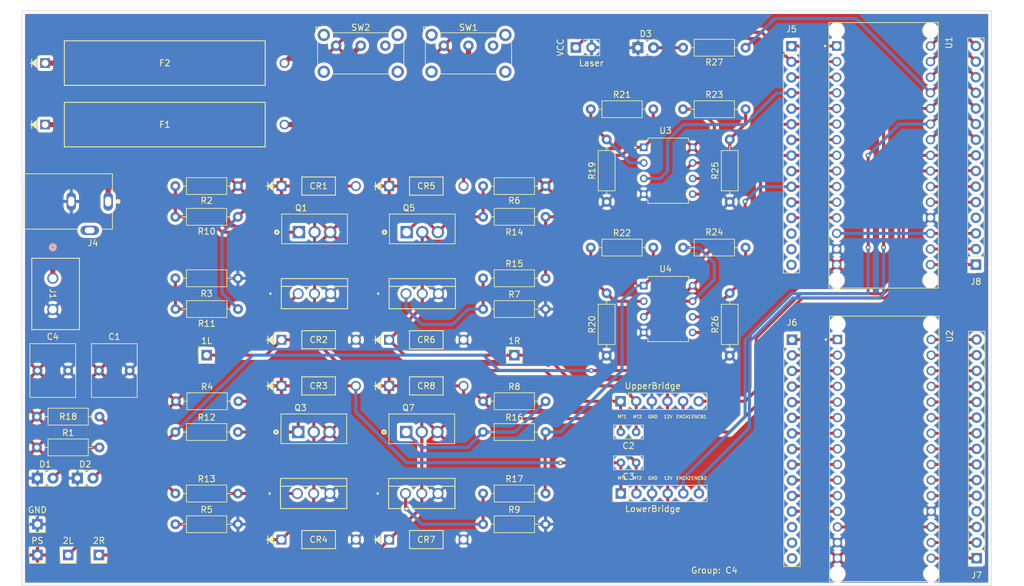
<source format=kicad_pcb>
(kicad_pcb (version 20211014) (generator pcbnew)
  (layers (0 "F.Cu" signal) (31 "B.Cu" signal) (34 "B.Paste" user) (35 "F.Paste" user) (36 "B.SilkS" user "B.Silkscreen") (37 "F.SilkS" user "F.Silkscreen") (38 "B.Mask" user) (39 "F.Mask" user) (44 "Edge.Cuts" user))
  (net 0 "")
  (net 1 "+12V")
  (net 2 "GND")
  (net 3 "Net-(C2-Pad1)")
  (net 4 "Net-(C2-Pad2)")
  (net 5 "Net-(C3-Pad1)")
  (net 6 "Net-(C3-Pad2)")
  (net 7 "Net-(F2-Pad1)")
  (net 8 "Net-(F2-Pad2)")
  (net 9 "Net-(D1-Pad2)")
  (net 10 "Net-(D2-Pad2)")
  (net 11 "Net-(F1-Pad1)")
  (net 12 "Net-(F1-Pad2)")
  (net 13 "/ENC_A")
  (net 14 "/ENC_B")
  (net 15 "/ENC_A2")
  (net 16 "/ENC_B2")
  (net 18 "Net-(Q1-Pad1)")
  (net 19 "Net-(Q2-Pad1)")
  (net 20 "Net-(Q3-Pad1)")
  (net 21 "Net-(Q4-Pad1)")
  (net 22 "Net-(Q5-Pad1)")
  (net 23 "Net-(Q6-Pad1)")
  (net 24 "/PWM1")
  (net 25 "/PWM2")
  (net 26 "/PWM3")
  (net 27 "/PWM4")
  (net 29 "/1")
  (net 30 "/2")
  (net 31 "/12")
  (net 35 "Net-(U2-Pad3)")
  (net 36 "Net-(U2-Pad4)")
  (net 37 "Net-(U2-Pad5)")
  (net 38 "Net-(U2-Pad6)")
  (net 39 "Net-(U2-Pad7)")
  (net 40 "Net-(U2-Pad8)")
  (net 41 "Net-(U2-Pad9)")
  (net 42 "Net-(U2-Pad10)")
  (net 43 "Net-(U2-Pad11)")
  (net 47 "/16")
  (net 48 "/17")
  (net 49 "/18")
  (net 51 "Net-(U2-Pad20)")
  (net 52 "Net-(U2-Pad21)")
  (net 53 "Net-(U2-Pad22)")
  (net 54 "Net-(U2-Pad23)")
  (net 55 "Net-(U2-Pad24)")
  (net 56 "Net-(U2-Pad25)")
  (net 57 "Net-(U2-Pad26)")
  (net 58 "Net-(U2-Pad27)")
  (net 59 "Net-(U2-Pad28)")
  (net 60 "Net-(U2-Pad29)")
  (net 61 "Net-(U2-Pad30)")
  (net 63 "Net-(U1-Pad20)")
  (net 64 "Net-(U1-Pad21)")
  (net 65 "Net-(R19-Pad2)")
  (net 66 "Net-(R20-Pad2)")
  (net 67 "Net-(R23-Pad2)")
  (net 68 "Net-(R24-Pad2)")
  (net 69 "/PWM1_3.3")
  (net 70 "/PWM2_3.3")
  (net 71 "/PWM3_3.3")
  (net 72 "/PWM4_3.3")
  (net 73 "Net-(D3-Pad2)")
  (net 74 "Net-(U1-Pad24)")
  (net 75 "Net-(Q7-Pad1)")
  (net 76 "Net-(Q8-Pad1)")
  (net 77 "Net-(U1-Pad28)")
  (net 78 "Net-(U1-Pad29)")
  (net 79 "Net-(U1-Pad30)")
  (net 80 "/state")
  (net 81 "/Laser_VCC")
  (net 82 "Net-(J5-Pad11)")
  (net 83 "Net-(J5-Pad9)")
  (net 84 "Net-(J5-Pad7)")
  (net 85 "Net-(J5-Pad5)")
  (net 86 "Net-(J5-Pad3)")
  (net 88 "/12_1")
  (net 89 "/1_1")
  (net 90 "/18_1")
  (net 91 "/17_1")
  (net 92 "/16_1")
  (footprint "Connector_PinHeader_2.54mm:PinHeader_1x06_P2.54mm_Vertical" (layer "F.Cu") (at 132.3 102.5 90)
    (fp_text reference "LowerBridge")
    (fp_text value "Conn_01x06_Male")
  )
  (footprint "ProjectLibraries:FQP47P06" (layer "F.Cu") (at 79.88 92.5)
    (fp_text reference "Q3")
    (fp_text value "Q_PMOS_GDS")
  )
  (footprint "ProjectLibraries:FQP47P06" (layer "F.Cu") (at 97.42 92.5)
    (fp_text reference "Q7")
    (fp_text value "Q_PMOS_GDS")
  )
  (footprint "ProjectLibraries:opamp" (layer "F.Cu") (at 140 72.5)
    (fp_text reference "U4")
    (fp_text value "TL072CDT")
  )
  (footprint "Connector_PinHeader_2.54mm:PinHeader_1x01_P2.54mm_Vertical" (layer "F.Cu") (at 115 80)
    (fp_text reference "1R")
    (fp_text value "TP_1R")
  )
  (footprint "Resistor_THT:R_Axial_DIN0207_L6.3mm_D2.5mm_P10.16mm_Horizontal" (layer "F.Cu") (at 109.92 102.5)
    (fp_text reference "R17")
    (fp_text value "100")
  )
  (footprint "ProjectLibraries:fuse_tht" (layer "F.Cu") (at 38.7548 42.5)
    (fp_text reference "F1")
    (fp_text value "Fuse")
  )
  (footprint "Resistor_THT:R_Axial_DIN0207_L6.3mm_D2.5mm_P10.16mm_Horizontal" (layer "F.Cu") (at 109.92 67.5)
    (fp_text reference "R15")
    (fp_text value "100")
  )
  (footprint "Capacitor_THT:C_Rect_L7.2mm_W8.5mm_P5.00mm_FKP2_FKP2_MKS2_MKP2" (layer "F.Cu") (at 47.5 82.5)
    (fp_text reference "C1")
    (fp_text value "10uF")
  )
  (footprint "ProjectLibraries:CUI_PJ-102A" (layer "F.Cu") (at 42.5 55 180)
    (fp_text reference "J4")
    (fp_text value "PJ-102A")
  )
  (footprint "Connector_PinHeader_2.54mm:PinHeader_1x01_P2.54mm_Vertical" (layer "F.Cu") (at 42.5 112.5)
    (fp_text reference "2L")
    (fp_text value "TP_2L")
  )
  (footprint "ProjectLibraries:CONN_OSTTC022162_OST" (layer "F.Cu") (at 40 67.5 -90)
    (fp_text reference "J1")
    (fp_text value "OSTTC022162")
  )
  (footprint "Resistor_THT:R_Axial_DIN0207_L6.3mm_D2.5mm_P10.16mm_Horizontal" (layer "F.Cu") (at 130 80.08 90)
    (fp_text reference "R20")
    (fp_text value "2k")
  )
  (footprint "Connector_PinHeader_2.54mm:PinHeader_1x01_P2.54mm_Vertical" (layer "F.Cu") (at 37.5 112.5)
    (fp_text reference "PS")
    (fp_text value "PowerSupply_TP")
  )
  (footprint "Connector_PinHeader_2.54mm:PinHeader_1x01_P2.54mm_Vertical" (layer "F.Cu") (at 65 80)
    (fp_text reference "1L")
    (fp_text value "TP_1L")
  )
  (footprint "Resistor_THT:R_Axial_DIN0207_L6.3mm_D2.5mm_P10.16mm_Horizontal" (layer "F.Cu") (at 127.42 40)
    (fp_text reference "R21")
    (fp_text value "5.1k")
  )
  (footprint "ProjectLibraries:N-mos" (layer "F.Cu") (at 97.4 70)
    (fp_text reference "Q6" hide)
    (fp_text value "Q_NMOS_GDS")
  )
  (footprint "Resistor_THT:R_Axial_DIN0207_L6.3mm_D2.5mm_P10.16mm_Horizontal" (layer "F.Cu") (at 142.42 40)
    (fp_text reference "R23")
    (fp_text value "5.1k")
  )
  (footprint "ProjectLibraries:MBR150x" (layer "F.Cu") (at 77.1533 52.5)
    (fp_text reference "CR1")
    (fp_text value "MBR150RLG")
  )
  (footprint "Resistor_THT:R_Axial_DIN0207_L6.3mm_D2.5mm_P10.16mm_Horizontal" (layer "F.Cu") (at 109.92 87.5)
    (fp_text reference "R8")
    (fp_text value "10k")
  )
  (footprint "Button_Switch_THT:SW_E-Switch_EG1224_SPDT_Angled" (layer "F.Cu") (at 103.5425 29.6675)
    (fp_text reference "SW1")
    (fp_text value "SW_SPDT")
  )
  (footprint "ProjectLibraries:FQP47P06" (layer "F.Cu") (at 80 60)
    (fp_text reference "Q1")
    (fp_text value "Q_PMOS_GDS")
  )
  (footprint "Connector_PinHeader_2.54mm:PinHeader_1x06_P2.54mm_Vertical" (layer "F.Cu") (at 132.26 87.5 90)
    (fp_text reference "UpperBridge")
    (fp_text value "Conn_01x06_Male")
  )
  (footprint "LED_THT:LED_D1.8mm_W3.3mm_H2.4mm" (layer "F.Cu") (at 44 100)
    (fp_text reference "D2")
    (fp_text value "LED")
  )
  (footprint "ProjectLibraries:MBR150x" (layer "F.Cu") (at 94.6533 110)
    (fp_text reference "CR7")
    (fp_text value "MBR150RLG")
  )
  (footprint "Connector_PinHeader_2.54mm:PinHeader_1x01_P2.54mm_Vertical" (layer "F.Cu") (at 47.5 112.5)
    (fp_text reference "2R")
    (fp_text value "TP_2R")
  )
  (footprint "ProjectLibraries:opamp" (layer "F.Cu") (at 140 50)
    (fp_text reference "U3")
    (fp_text value "TL072CDT")
  )
  (footprint "Resistor_THT:R_Axial_DIN0207_L6.3mm_D2.5mm_P10.16mm_Horizontal" (layer "F.Cu") (at 59.92 107.5)
    (fp_text reference "R5")
    (fp_text value "10k")
  )
  (footprint "Connector_PinSocket_2.54mm:PinSocket_1x15_P2.54mm_Vertical" (layer "F.Cu") (at 190.12 113.02 180)
    (fp_text reference "J7")
    (fp_text value "Conn_01x15_Female")
  )
  (footprint "Resistor_THT:R_Axial_DIN0207_L6.3mm_D2.5mm_P10.16mm_Horizontal" (layer "F.Cu") (at 150 55.08 90)
    (fp_text reference "R25")
    (fp_text value "2k")
  )
  (footprint "Resistor_THT:R_Axial_DIN0207_L6.3mm_D2.5mm_P10.16mm_Horizontal" (layer "F.Cu") (at 152.58 30 180)
    (fp_text reference "R27")
    (fp_text value "500")
  )
  (footprint "Resistor_THT:R_Axial_DIN0207_L6.3mm_D2.5mm_P10.16mm_Horizontal" (layer "F.Cu") (at 120.08 52.5 180)
    (fp_text reference "R6")
    (fp_text value "10k")
  )
  (footprint "Resistor_THT:R_Axial_DIN0207_L6.3mm_D2.5mm_P10.16mm_Horizontal" (layer "F.Cu") (at 70.07 57.5 180)
    (fp_text reference "R10")
    (fp_text value "100")
  )
  (footprint "Resistor_THT:R_Axial_DIN0207_L6.3mm_D2.5mm_P10.16mm_Horizontal" (layer "F.Cu") (at 37.42 90)
    (fp_text reference "R18")
    (fp_text value "500")
  )
  (footprint "ProjectLibraries:FQP47P06" (layer "F.Cu") (at 97.5 60)
    (fp_text reference "Q5")
    (fp_text value "Q_PMOS_GDS")
  )
  (footprint "Resistor_THT:R_Axial_DIN0207_L6.3mm_D2.5mm_P10.16mm_Horizontal" (layer "F.Cu") (at 109.92 72.5)
    (fp_text reference "R7")
    (fp_text value "10k")
  )
  (footprint "Resistor_THT:R_Axial_DIN0207_L6.3mm_D2.5mm_P10.16mm_Horizontal" (layer "F.Cu") (at 60 87.5)
    (fp_text reference "R4")
    (fp_text value "10k")
  )
  (footprint "Resistor_THT:R_Axial_DIN0207_L6.3mm_D2.5mm_P10.16mm_Horizontal" (layer "F.Cu") (at 127.42 62.5)
    (fp_text reference "R22")
    (fp_text value "5.1k")
  )
  (footprint "ProjectLibraries:N-mos" (layer "F.Cu") (at 79.88 70)
    (fp_text reference "Q2" hide)
    (fp_text value "Q_NMOS_GDS")
  )
  (footprint "ProjectLibraries:MBR150x" (layer "F.Cu") (at 94.6533 85)
    (fp_text reference "CR8")
    (fp_text value "MBR150RLG")
  )
  (footprint "Connector_PinSocket_2.54mm:PinSocket_1x15_P2.54mm_Vertical" (layer "F.Cu") (at 160.12 77.49)
    (fp_text reference "J6")
    (fp_text value "Conn_01x15_Female")
  )
  (footprint "Resistor_THT:R_Axial_DIN0207_L6.3mm_D2.5mm_P10.16mm_Horizontal" (layer "F.Cu") (at 142.42 62.5)
    (fp_text reference "R24")
    (fp_text value "5.1k")
  )
  (footprint "Connector_PinSocket_2.54mm:PinSocket_1x15_P2.54mm_Vertical" (layer "F.Cu") (at 190 65.28 180)
    (fp_text reference "J8")
    (fp_text value "Conn_01x15_Female")
  )
  (footprint "Resistor_THT:R_Axial_DIN0207_L6.3mm_D2.5mm_P10.16mm_Horizontal" (layer "F.Cu") (at 59.92 67.5)
    (fp_text reference "R3")
    (fp_text value "10k")
  )
  (footprint "ProjectLibraries:MODULE_ABX00028" (layer "F.Cu") (at 175 47.5 -90)
    (fp_text reference "U1")
    (fp_text value "ABX00027")
  )
  (footprint "ProjectLibraries:fuse_tht" (layer "F.Cu") (at 38.7548 32.5)
    (fp_text reference "F2")
    (fp_text value "Fuse")
  )
  (footprint "Button_Switch_THT:SW_E-Switch_EG1224_SPDT_Angled" (layer "F.Cu") (at 86.0425 29.6675)
    (fp_text reference "SW2")
    (fp_text value "SW_SPDT")
  )
  (footprint "ProjectLibraries:MBR150x" (layer "F.Cu") (at 94.6533 52.5)
    (fp_text reference "CR5")
    (fp_text value "MBR150RLG")
  )
  (footprint "Capacitor_THT:C_Rect_L4.6mm_W2.0mm_P2.50mm_MKS02_FKP02" (layer "F.Cu") (at 134.8 97.5 180)
    (fp_text reference "C3")
    (fp_text value "100nF")
  )
  (footprint "Resistor_THT:R_Axial_DIN0207_L6.3mm_D2.5mm_P10.16mm_Horizontal" (layer "F.Cu") (at 70.08 52.5 180)
    (fp_text reference "R2")
    (fp_text value "10k")
  )
  (footprint "Resistor_THT:R_Axial_DIN0207_L6.3mm_D2.5mm_P10.16mm_Horizontal" (layer "F.Cu") (at 150 80.08 90)
    (fp_text reference "R26")
    (fp_text value "2k")
  )
  (footprint "LED_THT:LED_D1.8mm_W3.3mm_H2.4mm" (layer "F.Cu") (at 135.08 30)
    (fp_text reference "D3")
    (fp_text value "LED")
  )
  (footprint "Connector_PinHeader_2.54mm:PinHeader_1x01_P2.54mm_Vertical" (layer "F.Cu") (at 37.5 107.5)
    (fp_text reference "GND")
    (fp_text value "GND_TP")
  )
  (footprint "Resistor_THT:R_Axial_DIN0207_L6.3mm_D2.5mm_P10.16mm_Horizontal" (layer "F.Cu") (at 109.92 57.5)
    (fp_text reference "R14")
    (fp_text value "100")
  )
  (footprint "Connector_PinSocket_2.54mm:PinSocket_1x02_P2.54mm_Vertical" (layer "F.Cu") (at 125 29.96 90)
    (fp_text reference "Laser")
    (fp_text value "Conn_01x02_Female")
  )
  (footprint "Resistor_THT:R_Axial_DIN0207_L6.3mm_D2.5mm_P10.16mm_Horizontal" (layer "F.Cu") (at 109.92 92.5)
    (fp_text reference "R16")
    (fp_text value "100")
  )
  (footprint "ProjectLibraries:N-mos" (layer "F.Cu") (at 79.75 102.5)
    (fp_text reference "Q4" hide)
    (fp_text value "Q_NMOS_GDS")
  )
  (footprint "ProjectLibraries:MBR150x" (layer "F.Cu") (at 77.1533 85)
    (fp_text reference "CR3")
    (fp_text value "MBR150RLG")
  )
  (footprint "Resistor_THT:R_Axial_DIN0207_L6.3mm_D2.5mm_P10.16mm_Horizontal" (layer "F.Cu") (at 109.92 107.5)
    (fp_text reference "R9")
    (fp_text value "10k")
  )
  (footprint "ProjectLibraries:MODULE_ABX00028" (layer "F.Cu") (at 175.12 95.24 -90)
    (fp_text reference "U2")
    (fp_text value "ABX00027")
  )
  (footprint "Resistor_THT:R_Axial_DIN0207_L6.3mm_D2.5mm_P10.16mm_Horizontal" (layer "F.Cu") (at 59.92 92.5)
    (fp_text reference "R12")
    (fp_text value "100")
  )
  (footprint "Capacitor_THT:C_Rect_L4.6mm_W2.0mm_P2.50mm_MKS02_FKP02" (layer "F.Cu") (at 134.8 92.5 180)
    (fp_text reference "C2")
    (fp_text value "100nF")
  )
  (footprint "Resistor_THT:R_Axial_DIN0207_L6.3mm_D2.5mm_P10.16mm_Horizontal" (layer "F.Cu") (at 130 55.08 90)
    (fp_text reference "R19")
    (fp_text value "2k")
  )
  (footprint "ProjectLibraries:N-mos" (layer "F.Cu") (at 97.32 102.5)
    (fp_text reference "Q8" hide)
    (fp_text value "Q_NMOS_GDS")
  )
  (footprint "ProjectLibraries:MBR150x" (layer "F.Cu") (at 77.1533 110)
    (fp_text reference "CR4")
    (fp_text value "MBR150RLG")
  )
  (footprint "Capacitor_THT:C_Rect_L7.2mm_W8.5mm_P5.00mm_FKP2_FKP2_MKS2_MKP2" (layer "F.Cu") (at 37.5 82.5)
    (fp_text reference "C4")
    (fp_text value "10uF")
  )
  (footprint "ProjectLibraries:MBR150x" (layer "F.Cu") (at 77.1533 77.5)
    (fp_text reference "CR2")
    (fp_text value "MBR150RLG")
  )
  (footprint "LED_THT:LED_D1.8mm_W3.3mm_H2.4mm" (layer "F.Cu") (at 37.5 100)
    (fp_text reference "D1")
    (fp_text value "LED")
  )
  (footprint "Resistor_THT:R_Axial_DIN0207_L6.3mm_D2.5mm_P10.16mm_Horizontal" (layer "F.Cu") (at 70.1 72.5 180)
    (fp_text reference "R11")
    (fp_text value "100")
  )
  (footprint "ProjectLibraries:MBR150x" (layer "F.Cu") (at 94.6533 77.5)
    (fp_text reference "CR6")
    (fp_text value "MBR150RLG")
  )
  (footprint "Resistor_THT:R_Axial_DIN0207_L6.3mm_D2.5mm_P10.16mm_Horizontal" (layer "F.Cu") (at 59.92 102.5)
    (fp_text reference "R13")
    (fp_text value "100")
  )
  (footprint "Resistor_THT:R_Axial_DIN0207_L6.3mm_D2.5mm_P10.16mm_Horizontal" (layer "F.Cu") (at 37.42 95)
    (fp_text reference "R1")
    (fp_text value "500")
  )
  (footprint "Connector_PinSocket_2.54mm:PinSocket_1x15_P2.54mm_Vertical" (layer "F.Cu") (at 160.025 29.75)
    (fp_text reference "J5")
    (fp_text value "Conn_01x15_Female")
  )
  (gr_rect (start 35 24) (end 192.5 117.5) (layer "Edge.Cuts") (width 0.1) (fill none))
  (gr_text "GND\n" (at 137.5 100) (layer "F.SilkS") (effects (font (size 0.5 0.5) (thickness 0.1))))
  (gr_text "ENCB1" (at 145 90) (layer "F.SilkS") (effects (font (size 0.5 0.5) (thickness 0.1))))
  (gr_text "MT2\n" (at 135 90) (layer "F.SilkS") (effects (font (size 0.5 0.5) (thickness 0.1))))
  (gr_text "MT1\n" (at 132.5 100) (layer "F.SilkS") (effects (font (size 0.5 0.5) (thickness 0.1))))
  (gr_text "MT2\n" (at 135 100) (layer "F.SilkS") (effects (font (size 0.5 0.5) (thickness 0.1))))
  (gr_text "MT1\n" (at 132.5 90) (layer "F.SilkS") (effects (font (size 0.5 0.5) (thickness 0.1))))
  (gr_text "ENCA1\n" (at 142.5 90) (layer "F.SilkS") (effects (font (size 0.5 0.5) (thickness 0.1))))
  (gr_text "ENCA2\n" (at 142.5 100) (layer "F.SilkS") (effects (font (size 0.5 0.5) (thickness 0.1))))
  (gr_text "12V\n" (at 140 90) (layer "F.SilkS") (effects (font (size 0.5 0.5) (thickness 0.1))))
  (gr_text "GND\n" (at 137.5 90) (layer "F.SilkS") (effects (font (size 0.5 0.5) (thickness 0.1))))
  (gr_text "VCC\n" (at 122.5 29.96 90) (layer "F.SilkS") (effects (font (size 1 1))))
  (gr_text "Group: C4" (at 147.5 115) (layer "F.SilkS") (effects (font (size 1 1))))
  (gr_text "12V\n" (at 140 100) (layer "F.SilkS") (effects (font (size 0.5 0.5) (thickness 0.1))))
  (gr_text "ENCB2" (at 145 100) (layer "F.SilkS") (effects (font (size 0.5 0.5) (thickness 0.1))))
  (segment (start 115 57.5) (end 115 52.5) (width 0.5) (layer "F.Cu") (net 3))
  (segment (start 107.935925 50) (end 106.7437 51.192225) (width 0.5) (layer "F.Cu") (net 3))
  (segment (start 97.1533 80) (end 94.6533 77.5) (width 0.5) (layer "F.Cu") (net 3))
  (segment (start 134.8 87.5) (end 134.8 92.5) (width 0.5) (layer "F.Cu") (net 3))
  (segment (start 112.5 50) (end 107.935925 50) (width 0.5) (layer "F.Cu") (net 3))
  (segment (start 106.7437 51.192225) (end 106.7437 52.5) (width 0.5) (layer "F.Cu") (net 3))
  (segment (start 100.04 60) (end 101.495 61.455) (width 0.5) (layer "F.Cu") (net 3))
  (segment (start 100.04 70) (end 100.04 72.1133) (width 0.5) (layer "F.Cu") (net 3))
  (segment (start 125 85) (end 132.3 85) (width 0.5) (layer "F.Cu") (net 3))
  (segment (start 111.045 61.455) (end 115 57.5) (width 0.5) (layer "F.Cu") (net 3))
  (segment (start 101.495 61.455) (end 111.045 61.455) (width 0.5) (layer "F.Cu") (net 3))
  (segment (start 100.04 60) (end 100.04 70) (width 0.5) (layer "F.Cu") (net 3))
  (segment (start 115 80) (end 120 80) (width 0.5) (layer "F.Cu") (net 3))
  (segment (start 100.04 72.1133) (end 94.6533 77.5) (width 0.5) (layer "F.Cu") (net 3))
  (segment (start 115 80) (end 97.1533 80) (width 0.5) (layer "F.Cu") (net 3))
  (segment (start 120 80) (end 125 85) (width 0.5) (layer "F.Cu") (net 3))
  (segment (start 132.3 85) (end 134.8 87.5) (width 0.5) (layer "F.Cu") (net 3))
  (segment (start 115 52.5) (end 112.5 50) (width 0.5) (layer "F.Cu") (net 3))
  (segment (start 81.25 76.25) (end 82.52 74.98) (width 0.5) (layer "F.Cu") (net 4))
  (segment (start 82.54 60) (end 82.54 54.96) (width 0.5) (layer "F.Cu") (net 4))
  (segment (start 77.1533 77.5) (end 80 77.5) (width 0.5) (layer "F.Cu") (net 4))
  (segment (start 87.5 82.5) (end 81.25 76.25) (width 0.5) (layer "F.Cu") (net 4))
  (segment (start 65 80) (end 74.6533 80) (width 0.5) (layer "F.Cu") (net 4))
  (segment (start 82.52 74.98) (end 82.52 70) (width 0.5) (layer "F.Cu") (net 4))
  (segment (start 85 52.5) (end 89.2437 52.5) (width 0.5) (layer "F.Cu") (net 4))
  (segment (start 80 77.5) (end 81.25 76.25) (width 0.5) (layer "F.Cu") (net 4))
  (segment (start 132.26 92.46) (end 132.3 92.5) (width 0.5) (layer "F.Cu") (net 4))
  (segment (start 120 82.5) (end 87.5 82.5) (width 0.5) (layer "F.Cu") (net 4))
  (segment (start 125 87.5) (end 120 82.5) (width 0.5) (layer "F.Cu") (net 4))
  (segment (start 82.54 60) (end 82.54 69.98) (width 0.5) (layer "F.Cu") (net 4))
  (segment (start 82.54 69.98) (end 82.52 70) (width 0.5) (layer "F.Cu") (net 4))
  (segment (start 82.54 54.96) (end 85 52.5) (width 0.5) (layer "F.Cu") (net 4))
  (segment (start 132.26 87.5) (end 125 87.5) (width 0.5) (layer "F.Cu") (net 4))
  (segment (start 132.26 87.5) (end 132.26 92.46) (width 0.5) (layer "F.Cu") (net 4))
  (segment (start 74.6533 80) (end 77.1533 77.5) (width 0.5) (layer "F.Cu") (net 4))
  (segment (start 127.624171 90.324171) (end 110.324171 90.324171) (width 0.5) (layer "F.Cu") (net 5))
  (segment (start 92.1533 112.5) (end 94.6533 110) (width 0.5) (layer "F.Cu") (net 5))
  (segment (start 99.96 92.5) (end 99.96 87.54) (width 0.5) (layer "F.Cu") (net 5))
  (segment (start 110.324171 90.324171) (end 106.7437 86.7437) (width 0.5) (layer "F.Cu") (net 5))
  (segment (start 47.5 112.5) (end 92.1533 112.5) (width 0.5) (layer "F.Cu") (net 5))
  (segment (start 134.8 97.5) (end 134.8 102.46) (width 0.5) (layer "F.Cu") (net 5))
  (segment (start 134.8 97.5) (end 127.624171 90.324171) (width 0.5) (layer "F.Cu") (net 5))
  (segment (start 99.96 104.6933) (end 94.6533 110) (width 0.5) (layer "F.Cu") (net 5))
  (segment (start 99.96 102.5) (end 99.96 104.6933) (width 0.5) (layer "F.Cu") (net 5))
  (segment (start 134.8 102.46) (end 134.84 102.5) (width 0.5) (layer "F.Cu") (net 5))
  (segment (start 102.5 85) (end 106.7437 85) (width 0.5) (layer "F.Cu") (net 5))
  (segment (start 99.96 92.5) (end 99.96 102.5) (width 0.5) (layer "F.Cu") (net 5))
  (segment (start 99.96 87.54) (end 102.5 85) (width 0.5) (layer "F.Cu") (net 5))
  (segment (start 106.7437 86.7437) (end 106.7437 85) (width 0.5) (layer "F.Cu") (net 5))
  (segment (start 82.39 104.7633) (end 77.1533 110) (width 0.5) (layer "F.Cu") (net 6))
  (segment (start 85 85) (end 89.2437 85) (width 0.5) (layer "F.Cu") (net 6))
  (segment (start 82.42 87.58) (end 85 85) (width 0.5) (layer "F.Cu") (net 6))
  (segment (start 132.3 97.5) (end 122.5 97.5) (width 0.5) (layer "F.Cu") (net 6))
  (segment (start 82.42 92.5) (end 82.42 87.58) (width 0.5) (layer "F.Cu") (net 6))
  (segment (start 132.3 97.5) (end 132.3 102.5) (width 0.5) (layer "F.Cu") (net 6))
  (segment (start 45 110) (end 77.1533 110) (width 0.5) (layer "F.Cu") (net 6))
  (segment (start 82.39 102.5) (end 82.39 104.7633) (width 0.5) (layer "F.Cu") (net 6))
  (segment (start 82.42 102.47) (end 82.39 102.5) (width 0.5) (layer "F.Cu") (net 6))
  (segment (start 42.5 112.5) (end 45 110) (width 0.5) (layer "F.Cu") (net 6))
  (segment (start 82.42 92.5) (end 82.42 102.47) (width 0.5) (layer "F.Cu") (net 6))
  (via (at 122.5 97.5) (size 0.8) (drill 0.4) (layers "F.Cu" "B.Cu") (net 6))
  (segment (start 122.5 97.5) (end 97.5 97.5) (width 0.5) (layer "B.Cu") (net 6))
  (segment (start 89.2437 89.2437) (end 89.2437 85) (width 0.5) (layer "B.Cu") (net 6))
  (segment (start 97.5 97.5) (end 89.2437 89.2437) (width 0.5) (layer "B.Cu") (net 6))
  (segment (start 42.5 32.5) (end 38.7548 32.5) (width 0.85) (layer "F.Cu") (net 7))
  (segment (start 49 55) (end 49 39) (width 0.85) (layer "F.Cu") (net 7))
  (segment (start 49 39) (end 42.5 32.5) (width 0.85) (layer "F.Cu") (net 7))
  (segment (start 78.429599 31.712601) (end 87.997399 31.712601) (width 0.85) (layer "F.Cu") (net 8))
  (segment (start 77.6422 32.5) (end 78.429599 31.712601) (width 0.85) (layer "F.Cu") (net 8))
  (segment (start 87.997399 31.712601) (end 90.0425 29.6675) (width 0.85) (layer "F.Cu") (net 8))
  (segment (start 40.04 100) (end 45.04 95) (width 0.5) (layer "F.Cu") (net 9))
  (segment (start 45.04 95) (end 47.58 95) (width 0.5) (layer "F.Cu") (net 9))
  (segment (start 47.58 90) (end 50 92.42) (width 0.5) (layer "F.Cu") (net 10))
  (segment (start 50 96.54) (end 46.54 100) (width 0.5) (layer "F.Cu") (net 10))
  (segment (start 50 92.42) (end 50 96.54) (width 0.5) (layer "F.Cu") (net 10))
  (segment (start 42.5 43.1226) (end 41.8774 42.5) (width 0.85) (layer "F.Cu") (net 11))
  (segment (start 42.5 48.75) (end 42.5 43.1226) (width 0.85) (layer "F.Cu") (net 11))
  (segment (start 41.8774 42.5) (end 38.7548 42.5) (width 0.85) (layer "F.Cu") (net 11))
  (segment (start 40 67.5) (end 40 51.25) (width 0.85) (layer "F.Cu") (net 11))
  (segment (start 40 51.25) (end 42.5 48.75) (width 0.85) (layer "F.Cu") (net 11))
  (segment (start 107.5425 34.9575) (end 107.5425 29.6675) (width 0.85) (layer "F.Cu") (net 12))
  (segment (start 77.6422 42.5) (end 100 42.5) (width 0.85) (layer "F.Cu") (net 12))
  (segment (start 100 42.5) (end 107.5425 34.9575) (width 0.85) (layer "F.Cu") (net 12))
  (segment (start 179.96 50.04) (end 182.62 50.04) (width 0.5) (layer "F.Cu") (net 13))
  (segment (start 142.42 87.5) (end 142.42 89.92) (width 0.5) (layer "F.Cu") (net 13))
  (segment (start 155 77.5) (end 161.8 70.7) (width 0.5) (layer "F.Cu") (net 13))
  (segment (start 175.28995 70.7) (end 178.2 67.789949) (width 0.5) (layer "F.Cu") (net 13))
  (segment (start 182.62 50.04) (end 182.66 50) (width 0.5) (layer "F.Cu") (net 13))
  (segment (start 189.96 50) (end 190 50.04) (width 0.5) (layer "F.Cu") (net 13))
  (segment (start 155 87.5) (end 155 77.5) (width 0.5) (layer "F.Cu") (net 13))
  (segment (start 182.66 50) (end 189.96 50) (width 0.5) (layer "F.Cu") (net 13))
  (segment (start 150 92.5) (end 155 87.5) (width 0.5) (layer "F.Cu") (net 13))
  (segment (start 142.42 89.92) (end 145 92.5) (width 0.5) (layer "F.Cu") (net 13))
  (segment (start 145 92.5) (end 150 92.5) (width 0.5) (layer "F.Cu") (net 13))
  (segment (start 161.8 70.7) (end 175.28995 70.7) (width 0.5) (layer "F.Cu") (net 13))
  (segment (start 178.2 51.8) (end 179.96 50.04) (width 0.5) (layer "F.Cu") (net 13))
  (segment (start 178.2 67.789949) (end 178.2 51.8) (width 0.5) (layer "F.Cu") (net 13))
  (segment (start 161.510051 70) (end 175 70) (width 0.5) (layer "F.Cu") (net 14))
  (segment (start 180 47.5) (end 182.62 47.5) (width 0.5) (layer "F.Cu") (net 14))
  (segment (start 144.96 87.5) (end 152.5 87.5) (width 0.5) (layer "F.Cu") (net 14))
  (segment (start 177.5 50) (end 180 47.5) (width 0.5) (layer "F.Cu") (net 14))
  (segment (start 154.3 77.21005) (end 161.510051 70) (width 0.5) (layer "F.Cu") (net 14))
  (segment (start 152.5 87.5) (end 154.3 85.7) (width 0.5) (layer "F.Cu") (net 14))
  (segment (start 175 70) (end 177.5 67.5) (width 0.5) (layer "F.Cu") (net 14))
  (segment (start 154.3 85.7) (end 154.3 77.21005) (width 0.5) (layer "F.Cu") (net 14))
  (segment (start 177.5 67.5) (end 177.5 50) (width 0.5) (layer "F.Cu") (net 14))
  (segment (start 182.62 47.5) (end 190 47.5) (width 0.5) (layer "F.Cu") (net 14))
  (segment (start 172.5 62.5) (end 172.5 47.5) (width 0.5) (layer "F.Cu") (net 15))
  (segment (start 182.62 42.42) (end 185.04 40) (width 0.5) (layer "F.Cu") (net 15))
  (segment (start 185.04 40) (end 187.58 40) (width 0.5) (layer "F.Cu") (net 15))
  (segment (start 187.58 40) (end 190 42.42) (width 0.5) (layer "F.Cu") (net 15))
  (via (at 172.5 62.5) (size 0.8) (drill 0.4) (layers "F.Cu" "B.Cu") (net 15))
  (via (at 172.5 47.5) (size 0.8) (drill 0.4) (layers "F.Cu" "B.Cu") (net 15))
  (segment (start 142.46 102.5) (end 142.46 100.04) (width 0.5) (layer "B.Cu") (net 15))
  (segment (start 152.5 90) (end 152.5 77.5) (width 0.5) (layer "B.Cu") (net 15))
  (segment (start 142.46 100.04) (end 152.5 90) (width 0.5) (layer "B.Cu") (net 15))
  (segment (start 160 70) (end 172.5 70) (width 0.5) (layer "B.Cu") (net 15))
  (segment (start 172.5 47.5) (end 177.58 42.42) (width 0.5) (layer "B.Cu") (net 15))
  (segment (start 152.5 77.5) (end 160 70) (width 0.5) (layer "B.Cu") (net 15))
  (segment (start 177.58 42.42) (end 182.62 42.42) (width 0.5) (layer "B.Cu") (net 15))
  (segment (start 172.5 70) (end 172.5 62.5) (width 0.5) (layer "B.Cu") (net 15))
  (segment (start 182.62 39.88) (end 185 37.5) (width 0.5) (layer "F.Cu") (net 16))
  (segment (start 187.62 37.5) (end 190 39.88) (width 0.5) (layer "F.Cu") (net 16))
  (segment (start 177.62 39.88) (end 182.62 39.88) (width 0.5) (layer "F.Cu") (net 16))
  (segment (start 185 37.5) (end 187.62 37.5) (width 0.5) (layer "F.Cu") (net 16))
  (segment (start 175 62.5) (end 175 42.5) (width 0.5) (layer "F.Cu") (net 16))
  (segment (start 175 42.5) (end 177.62 39.88) (width 0.5) (layer "F.Cu") (net 16))
  (via (at 175 62.5) (size 0.8) (drill 0.4) (layers "F.Cu" "B.Cu") (net 16))
  (segment (start 160.28995 70.7) (end 174.3 70.7) (width 0.5) (layer "B.Cu") (net 16))
  (segment (start 174.3 70.7) (end 175 70) (width 0.5) (layer "B.Cu") (net 16))
  (segment (start 145 100) (end 153.2 91.8) (width 0.5) (layer "B.Cu") (net 16))
  (segment (start 153.2 77.78995) (end 160.28995 70.7) (width 0.5) (layer "B.Cu") (net 16))
  (segment (start 145 102.5) (end 145 100) (width 0.5) (layer "B.Cu") (net 16))
  (segment (start 175 70) (end 175 62.5) (width 0.5) (layer "B.Cu") (net 16))
  (segment (start 153.2 91.8) (end 153.2 77.78995) (width 0.5) (layer "B.Cu") (net 16))
  (segment (start 65 57.5) (end 67.5 60) (width 0.5) (layer "F.Cu") (net 18))
  (segment (start 59.92 52.5) (end 59.92 57.49) (width 0.5) (layer "F.Cu") (net 18))
  (segment (start 67.5 60) (end 80 60) (width 0.5) (layer "F.Cu") (net 18))
  (segment (start 59.91 57.5) (end 65 57.5) (width 0.5) (layer "F.Cu") (net 18))
  (segment (start 59.92 57.49) (end 59.91 57.5) (width 0.5) (layer "F.Cu") (net 18))
  (segment (start 59.92 67.5) (end 59.92 72.48) (width 0.5) (layer "F.Cu") (net 19))
  (segment (start 65 75) (end 75 75) (width 0.5) (layer "F.Cu") (net 19))
  (segment (start 75 75) (end 75 74.88) (width 0.5) (layer "F.Cu") (net 19))
  (segment (start 59.92 72.48) (end 59.94 72.5) (width 0.5) (layer "F.Cu") (net 19))
  (segment (start 62.5 72.5) (end 65 75) (width 0.5) (layer "F.Cu") (net 19))
  (segment (start 59.94 72.5) (end 62.5 72.5) (width 0.5) (layer "F.Cu") (net 19))
  (segment (start 75 74.88) (end 79.88 70) (width 0.5) (layer "F.Cu") (net 19))
  (segment (start 70.08 92.5) (end 79.88 92.5) (width 0.5) (layer "F.Cu") (net 20))
  (segment (start 79.88 89.88) (end 79.88 92.5) (width 0.5) (layer "F.Cu") (net 20))
  (segment (start 70.16 87.5) (end 77.5 87.5) (width 0.5) (layer "F.Cu") (net 20))
  (segment (start 77.5 87.5) (end 79.88 89.88) (width 0.5) (layer "F.Cu") (net 20))
  (segment (start 70.08 102.5) (end 79.75 102.5) (width 0.5) (layer "F.Cu") (net 21))
  (segment (start 59.92 107.5) (end 62.5 107.5) (width 0.5) (layer "F.Cu") (net 21))
  (segment (start 62.5 107.5) (end 67.5 102.5) (width 0.5) (layer "F.Cu") (net 21))
  (segment (start 67.5 102.5) (end 70.08 102.5) (width 0.5) (layer "F.Cu") (net 21))
  (segment (start 109.92 52.5) (end 109.92 57.5) (width 0.5) (layer "F.Cu") (net 22))
  (segment (start 100 57.5) (end 109.92 57.5) (width 0.5) (layer "F.Cu") (net 22))
  (segment (start 97.5 60) (end 100 57.5) (width 0.5) (layer "F.Cu") (net 22))
  (segment (start 109.92 67.5) (end 109.92 72.5) (width 0.5) (layer "F.Cu") (net 23))
  (segment (start 105 75) (end 107.5 72.5) (width 0.5) (layer "B.Cu") (net 23))
  (segment (start 107.5 72.5) (end 109.92 72.5) (width 0.5) (layer "B.Cu") (net 23))
  (segment (start 100 75) (end 105 75) (width 0.5) (layer "B.Cu") (net 23))
  (segment (start 97.4 70) (end 97.4 72.4) (width 0.5) (layer "B.Cu") (net 23))
  (segment (start 97.4 72.4) (end 100 75) (width 0.5) (layer "B.Cu") (net 23))
  (segment (start 132.5 47.5) (end 75 47.5) (width 0.5) (layer "F.Cu") (net 24))
  (segment (start 137.58 40) (end 137.58 44.64) (width 0.5) (layer "F.Cu") (net 24))
  (segment (start 136.03 46.19) (end 133.81 46.19) (width 0.5) (layer "F.Cu") (net 24))
  (segment (start 72.5 50) (end 72.5 55.07) (width 0.5) (layer "F.Cu") (net 24))
  (segment (start 137.58 44.64) (end 136.03 46.19) (width 0.5) (layer "F.Cu") (net 24))
  (segment (start 75 47.5) (end 72.5 50) (width 0.5) (layer "F.Cu") (net 24))
  (segment (start 133.81 46.19) (end 132.5 47.5) (width 0.5) (layer "F.Cu") (net 24))
  (segment (start 72.5 55.07) (end 70.07 57.5) (width 0.5) (layer "F.Cu") (net 24))
  (segment (start 67.5 60) (end 67.5 70) (width 0.5) (layer "B.Cu") (net 24))
  (segment (start 70.07 57.5) (end 67.57 60) (width 0.5) (layer "B.Cu") (net 24))
  (segment (start 67.5 70) (end 67.6 70) (width 0.5) (layer "B.Cu") (net 24))
  (segment (start 67.6 70) (end 70.1 72.5) (width 0.5) (layer "B.Cu") (net 24))
  (segment (start 67.57 60) (end 67.5 60) (width 0.5) (layer "B.Cu") (net 24))
  (segment (start 120.08 57.5) (end 135.2 57.5) (width 0.5) (layer "F.Cu") (net 25))
  (segment (start 142.42 40) (end 145 40) (width 0.5) (layer "F.Cu") (net 25))
  (segment (start 145 40) (end 147.5 42.5) (width 0.5) (layer "F.Cu") (net 25))
  (segment (start 120.08 57.5) (end 120.08 67.5) (width 0.5) (layer "F.Cu") (net 25))
  (segment (start 147.5 42.5) (end 147.5 47.5) (width 0.5) (layer "F.Cu") (net 25))
  (segment (start 135.2 57.5) (end 143.97 48.73) (width 0.5) (layer "F.Cu") (net 25))
  (segment (start 146.27 48.73) (end 143.97 48.73) (width 0.5) (layer "F.Cu") (net 25))
  (segment (start 147.5 47.5) (end 146.27 48.73) (width 0.5) (layer "F.Cu") (net 25))
  (segment (start 140 77.5) (end 140 72.5) (width 0.5) (layer "F.Cu") (net 26))
  (segment (start 140 72.5) (end 141.27 71.23) (width 0.5) (layer "F.Cu") (net 26))
  (segment (start 141.27 71.23) (end 143.97 71.23) (width 0.5) (layer "F.Cu") (net 26))
  (segment (start 59.92 92.5) (end 57.5 94.92) (width 0.5) (layer "F.Cu") (net 26))
  (segment (start 127.5 82.5) (end 135 82.5) (width 0.5) (layer "F.Cu") (net 26))
  (segment (start 57.5 94.92) (end 57.5 100.08) (width 0.5) (layer "F.Cu") (net 26))
  (segment (start 135 82.5) (end 140 77.5) (width 0.5) (layer "F.Cu") (net 26))
  (segment (start 57.5 100.08) (end 59.92 102.5) (width 0.5) (layer "F.Cu") (net 26))
  (via (at 127.5 82.5) (size 0.8) (drill 0.4) (layers "F.Cu" "B.Cu") (net 26))
  (segment (start 112.5 82.5) (end 127.5 82.5) (width 0.5) (layer "B.Cu") (net 26))
  (segment (start 67.5 85) (end 72.5 80) (width 0.5) (layer "B.Cu") (net 26))
  (segment (start 147.5 67.7) (end 143.97 71.23) (width 0.5) (layer "B.Cu") (net 26))
  (segment (start 142.42 62.5) (end 145 62.5) (width 0.5) (layer "B.Cu") (net 26))
  (segment (start 110 80) (end 112.5 82.5) (width 0.5) (layer "B.Cu") (net 26))
  (segment (start 67.42 85) (end 67.5 85) (width 0.5) (layer "B.Cu") (net 26))
  (segment (start 72.5 80) (end 110 80) (width 0.5) (layer "B.Cu") (net 26))
  (segment (start 59.92 92.5) (end 67.42 85) (width 0.5) (layer "B.Cu") (net 26))
  (segment (start 145 62.5) (end 147.5 65) (width 0.5) (layer "B.Cu") (net 26))
  (segment (start 147.5 65) (end 147.5 67.7) (width 0.5) (layer "B.Cu") (net 26))
  (segment (start 120.08 92.5) (end 120 92.58) (width 0.5) (layer "F.Cu") (net 27))
  (segment (start 137.58 67.14) (end 136.03 68.69) (width 0.5) (layer "F.Cu") (net 27))
  (segment (start 137.58 62.5) (end 137.58 67.14) (width 0.5) (layer "F.Cu") (net 27))
  (segment (start 120 92.58) (end 120 102.42) (width 0.5) (layer "F.Cu") (net 27))
  (segment (start 120 102.42) (end 120.08 102.5) (width 0.5) (layer "F.Cu") (net 27))
  (segment (start 120.08 92.5) (end 122.5 92.5) (width 0.5) (layer "B.Cu") (net 27))
  (segment (start 134.906 68.69) (end 136.03 68.69) (width 0.5) (layer "B.Cu") (net 27))
  (segment (start 132.5 71.096) (end 134.906 68.69) (width 0.5) (layer "B.Cu") (net 27))
  (segment (start 122.5 92.5) (end 132.5 82.5) (width 0.5) (layer "B.Cu") (net 27))
  (segment (start 132.5 82.5) (end 132.5 71.096) (width 0.5) (layer "B.Cu") (net 27))
  (segment (start 167.5 77.46) (end 160.15 77.46) (width 0.5) (layer "F.Cu") (net 29))
  (segment (start 160.15 77.46) (end 160.12 77.49) (width 0.5) (layer "F.Cu") (net 29))
  (segment (start 160.15 80) (end 160.12 80.03) (width 0.5) (layer "F.Cu") (net 30))
  (segment (start 167.5 80) (end 160.15 80) (width 0.5) (layer "F.Cu") (net 30))
  (segment (start 167.5 105.4) (end 160.15 105.4) (width 0.5) (layer "F.Cu") (net 31))
  (segment (start 160.15 105.4) (end 160.12 105.43) (width 0.5) (layer "F.Cu") (net 31))
  (segment (start 167.5 82.54) (end 160.15 82.54) (width 0.5) (layer "F.Cu") (net 35))
  (segment (start 160.15 82.54) (end 160.12 82.57) (width 0.5) (layer "F.Cu") (net 35))
  (segment (start 167.5 85.08) (end 160.15 85.08) (width 0.5) (layer "F.Cu") (net 36))
  (segment (start 160.15 85.08) (end 160.12 85.11) (width 0.5) (layer "F.Cu") (net 36))
  (segment (start 160.15 87.62) (end 160.12 87.65) (width 0.5) (layer "F.Cu") (net 37))
  (segment (start 167.5 87.62) (end 160.15 87.62) (width 0.5) (layer "F.Cu") (net 37))
  (segment (start 160.15 90.16) (end 160.12 90.19) (width 0.5) (layer "F.Cu") (net 38))
  (segment (start 167.5 90.16) (end 160.15 90.16) (width 0.5) (layer "F.Cu") (net 38))
  (segment (start 160.15 92.7) (end 160.12 92.73) (width 0.5) (layer "F.Cu") (net 39))
  (segment (start 167.5 92.7) (end 160.15 92.7) (width 0.5) (layer "F.Cu") (net 39))
  (segment (start 167.5 95.24) (end 160.15 95.24) (width 0.5) (layer "F.Cu") (net 40))
  (segment (start 160.15 95.24) (end 160.12 95.27) (width 0.5) (layer "F.Cu") (net 40))
  (segment (start 167.5 97.78) (end 160.15 97.78) (width 0.5) (layer "F.Cu") (net 41))
  (segment (start 160.15 97.78) (end 160.12 97.81) (width 0.5) (layer "F.Cu") (net 41))
  (segment (start 160.15 100.32) (end 160.12 100.35) (width 0.5) (layer "F.Cu") (net 42))
  (segment (start 167.5 100.32) (end 160.15 100.32) (width 0.5) (layer "F.Cu") (net 42))
  (segment (start 167.5 102.86) (end 160.15 102.86) (width 0.5) (layer "F.Cu") (net 43))
  (segment (start 160.15 102.86) (end 160.12 102.89) (width 0.5) (layer "F.Cu") (net 43))
  (segment (start 182.74 113.02) (end 190.12 113.02) (width 0.5) (layer "F.Cu") (net 47))
  (segment (start 182.74 110.48) (end 190.12 110.48) (width 0.5) (layer "F.Cu") (net 48))
  (segment (start 182.74 107.94) (end 190.12 107.94) (width 0.5) (layer "F.Cu") (net 49))
  (segment (start 167.5 107.94) (end 182.74 107.94) (width 0.5) (layer "F.Cu") (net 49))
  (segment (start 182.74 102.86) (end 190.12 102.86) (width 0.5) (layer "F.Cu") (net 51))
  (segment (start 182.74 100.32) (end 190.12 100.32) (width 0.5) (layer "F.Cu") (net 52))
  (segment (start 182.74 97.78) (end 190.12 97.78) (width 0.5) (layer "F.Cu") (net 53))
  (segment (start 182.74 95.24) (end 190.12 95.24) (width 0.5) (layer "F.Cu") (net 54))
  (segment (start 182.74 92.7) (end 190.12 92.7) (width 0.5) (layer "F.Cu") (net 55))
  (segment (start 182.82 90.24) (end 190.04 90.24) (width 0.5) (layer "F.Cu") (net 56))
  (segment (start 190.04 90.24) (end 190.12 90.16) (width 0.5) (layer "F.Cu") (net 56))
  (segment (start 182.74 90.16) (end 182.82 90.24) (width 0.5) (layer "F.Cu") (net 56))
  (segment (start 182.74 87.62) (end 190.12 87.62) (width 0.5) (layer "F.Cu") (net 57))
  (segment (start 182.74 85.08) (end 190.12 85.08) (width 0.5) (layer "F.Cu") (net 58))
  (segment (start 182.74 82.54) (end 190.12 82.54) (width 0.5) (layer "F.Cu") (net 59))
  (segment (start 182.74 80) (end 190.12 80) (width 0.5) (layer "F.Cu") (net 60))
  (segment (start 182.74 77.46) (end 190.12 77.46) (width 0.5) (layer "F.Cu") (net 61))
  (segment (start 182.62 55.12) (end 190 55.12) (width 0.5) (layer "F.Cu") (net 63))
  (segment (start 182.62 52.58) (end 190 52.58) (width 0.5) (layer "F.Cu") (net 64))
  (segment (start 127.42 42.34) (end 130 44.92) (width 0.5) (layer "F.Cu") (net 65))
  (segment (start 127.42 40) (end 127.42 42.34) (width 0.5) (layer "F.Cu") (net 65))
  (segment (start 133.81 48.73) (end 130 44.92) (width 0.5) (layer "B.Cu") (net 65))
  (segment (start 136.03 48.73) (end 133.81 48.73) (width 0.5) (layer "B.Cu") (net 65))
  (segment (start 131.31 71.23) (end 130 69.92) (width 0.5) (layer "F.Cu") (net 66))
  (segment (start 127.42 67.34) (end 130 69.92) (width 0.5) (layer "F.Cu") (net 66))
  (segment (start 136.03 71.23) (end 131.31 71.23) (width 0.5) (layer "F.Cu") (net 66))
  (segment (start 127.42 62.5) (end 127.42 67.34) (width 0.5) (layer "F.Cu") (net 66))
  (segment (start 152.58 40) (end 152.58 42.34) (width 0.5) (layer "F.Cu") (net 67))
  (segment (start 146.23 51.27) (end 143.97 51.27) (width 0.5) (layer "F.Cu") (net 67))
  (segment (start 150 47.5) (end 146.23 51.27) (width 0.5) (layer "F.Cu") (net 67))
  (segment (start 150 44.92) (end 150 47.5) (width 0.5) (layer "F.Cu") (net 67))
  (segment (start 152.58 42.34) (end 150 44.92) (width 0.5) (layer "F.Cu") (net 67))
  (segment (start 143.97 73.77) (end 146.15 73.77) (width 0.5) (layer "F.Cu") (net 68))
  (segment (start 146.15 73.77) (end 150 69.92) (width 0.5) (layer "F.Cu") (net 68))
  (segment (start 152.58 62.5) (end 152.58 67.34) (width 0.5) (layer "F.Cu") (net 68))
  (segment (start 152.58 67.34) (end 150 69.92) (width 0.5) (layer "F.Cu") (net 68))
  (segment (start 167.38 37.34) (end 160.055 37.34) (width 0.5) (layer "F.Cu") (net 69))
  (segment (start 160.055 37.34) (end 160.025 37.37) (width 0.5) (layer "F.Cu") (net 69))
  (segment (start 142.5 42.5) (end 152.5 42.5) (width 0.5) (layer "B.Cu") (net 69))
  (segment (start 139.9 45.1) (end 142.5 42.5) (width 0.5) (layer "B.Cu") (net 69))
  (segment (start 138.73 51.27) (end 139.9 50.1) (width 0.5) (layer "B.Cu") (net 69))
  (segment (start 139.9 50.1) (end 139.9 45.1) (width 0.5) (layer "B.Cu") (net 69))
  (segment (start 136.03 51.27) (end 138.73 51.27) (width 0.5) (layer "B.Cu") (net 69))
  (segment (start 152.5 42.5) (end 157.63 37.37) (width 0.5) (layer "B.Cu") (net 69))
  (segment (start 157.63 37.37) (end 160.025 37.37) (width 0.5) (layer "B.Cu") (net 69))
  (segment (start 160.055 42.42) (end 160.025 42.45) (width 0.5) (layer "F.Cu") (net 70))
  (segment (start 167.38 42.42) (end 160.055 42.42) (width 0.5) (layer "F.Cu") (net 70))
  (segment (start 160.025 42.45) (end 157.55 42.45) (width 0.5) (layer "F.Cu") (net 70))
  (segment (start 146.19 53.81) (end 143.97 53.81) (width 0.5) (layer "F.Cu") (net 70))
  (segment (start 157.55 42.45) (end 146.19 53.81) (width 0.5) (layer "F.Cu") (net 70))
  (segment (start 167.38 47.5) (end 160.055 47.5) (width 0.5) (layer "F.Cu") (net 71))
  (segment (start 157.47 47.53) (end 160.025 47.53) (width 0.5) (layer "F.Cu") (net 71))
  (segment (start 143.97 76.31) (end 148.69 76.31) (width 0.5) (layer "F.Cu") (net 71))
  (segment (start 148.69 76.31) (end 155 70) (width 0.5) (layer "F.Cu") (net 71))
  (segment (start 160.055 47.5) (end 160.025 47.53) (width 0.5) (layer "F.Cu") (net 71))
  (segment (start 155 50) (end 157.47 47.53) (width 0.5) (layer "F.Cu") (net 71))
  (segment (start 155 70) (end 155 50) (width 0.5) (layer "F.Cu") (net 71))
  (segment (start 167.38 52.58) (end 160.055 52.58) (width 0.5) (layer "F.Cu") (net 72))
  (segment (start 136.03 73.77) (end 152.5 57.3) (width 0.5) (layer "F.Cu") (net 72))
  (segment (start 160.055 52.58) (end 160.025 52.61) (width 0.5) (layer "F.Cu") (net 72))
  (segment (start 152.5 57.3) (end 152.5 55) (width 0.5) (layer "F.Cu") (net 72))
  (via (at 152.5 55) (size 0.8) (drill 0.4) (layers "F.Cu" "B.Cu") (net 72))
  (segment (start 154.89 52.61) (end 160.025 52.61) (width 0.5) (layer "B.Cu") (net 72))
  (segment (start 152.5 55) (end 154.89 52.61) (width 0.5) (layer "B.Cu") (net 72))
  (segment (start 137.62 30) (end 142.42 30) (width 0.5) (layer "F.Cu") (net 73))
  (segment (start 185.08 42.5) (end 187.54 42.5) (width 0.5) (layer "F.Cu") (net 74))
  (segment (start 187.54 42.5) (end 190 44.96) (width 0.5) (layer "F.Cu") (net 74))
  (segment (start 182.62 44.96) (end 185.08 42.5) (width 0.5) (layer "F.Cu") (net 74))
  (segment (start 115.08 92.5) (end 120.08 87.5) (width 0.5) (layer "B.Cu") (net 75))
  (segment (start 107.5 95) (end 99.92 95) (width 0.5) (layer "B.Cu") (net 75))
  (segment (start 109.92 92.5) (end 115.08 92.5) (width 0.5) (layer "B.Cu") (net 75))
  (segment (start 109.92 92.5) (end 107.5 94.92) (width 0.5) (layer "B.Cu") (net 75))
  (segment (start 99.92 95) (end 97.42 92.5) (width 0.5) (layer "B.Cu") (net 75))
  (segment (start 107.5 94.92) (end 107.5 95) (width 0.5) (layer "B.Cu") (net 75))
  (segment (start 109.92 102.5) (end 109.92 107.5) (width 0.5) (layer "F.Cu") (net 76))
  (segment (start 97.32 102.5) (end 97.32 104.82) (width 0.5) (layer "F.Cu") (net 76))
  (segment (start 97.32 104.82) (end 97.5 105) (width 0.5) (layer "F.Cu") (net 76))
  (via (at 97.5 105) (size 0.8) (drill 0.4) (layers "F.Cu" "B.Cu") (net 76))
  (segment (start 97.5 105) (end 100 107.5) (width 0.5) (layer "B.Cu") (net 76))
  (segment (start 100 107.5) (end 109.92 107.5) (width 0.5) (layer "B.Cu") (net 76))
  (segment (start 184.92 32.5) (end 187.7 32.5) (width 0.5) (layer "F.Cu") (net 77))
  (segment (start 182.62 34.8) (end 184.92 32.5) (width 0.5) (layer "F.Cu") (net 77))
  (segment (start 187.7 32.5) (end 190 34.8) (width 0.5) (layer "F.Cu") (net 77))
  (segment (start 182.62 32.26) (end 184.88 30) (width 0.5) (layer "F.Cu") (net 78))
  (segment (start 184.88 30) (end 187.74 30) (width 0.5) (layer "F.Cu") (net 78))
  (segment (start 187.74 30) (end 190 32.26) (width 0.5) (layer "F.Cu") (net 78))
  (segment (start 184.84 27.5) (end 187.78 27.5) (width 0.5) (layer "F.Cu") (net 79))
  (segment (start 182.62 29.72) (end 184.84 27.5) (width 0.5) (layer "F.Cu") (net 79))
  (segment (start 187.78 27.5) (end 190 29.72) (width 0.5) (layer "F.Cu") (net 79))
  (segment (start 187.66 35) (end 190 37.34) (width 0.5) (layer "F.Cu") (net 80))
  (segment (start 182.62 37.34) (end 184.96 35) (width 0.5) (layer "F.Cu") (net 80))
  (segment (start 184.96 35) (end 187.66 35) (width 0.5) (layer "F.Cu") (net 80))
  (segment (start 157.33 25.25) (end 170.53 25.25) (width 0.5) (layer "B.Cu") (net 80))
  (segment (start 170.53 25.25) (end 182.62 37.34) (width 0.5) (layer "B.Cu") (net 80))
  (segment (start 152.58 30) (end 157.33 25.25) (width 0.5) (layer "B.Cu") (net 80))
  (segment (start 127.46 27.5) (end 155.235 27.5) (width 0.5) (layer "F.Cu") (net 81))
  (segment (start 155.235 27.5) (end 160.025 32.29) (width 0.5) (layer "F.Cu") (net 81))
  (segment (start 125 29.96) (end 127.46 27.5) (width 0.5) (layer "F.Cu") (net 81))
  (segment (start 160.055 32.26) (end 160.025 32.29) (width 0.5) (layer "F.Cu") (net 81))
  (segment (start 167.38 32.26) (end 160.055 32.26) (width 0.5) (layer "F.Cu") (net 81))
  (segment (start 167.38 55.12) (end 160.055 55.12) (width 0.5) (layer "F.Cu") (net 82))
  (segment (start 160.055 55.12) (end 160.025 55.15) (width 0.5) (layer "F.Cu") (net 82))
  (segment (start 160.055 50.04) (end 160.025 50.07) (width 0.5) (layer "F.Cu") (net 83))
  (segment (start 167.38 50.04) (end 160.055 50.04) (width 0.5) (layer "F.Cu") (net 83))
  (segment (start 167.38 44.96) (end 160.055 44.96) (width 0.5) (layer "F.Cu") (net 84))
  (segment (start 160.055 44.96) (end 160.025 44.99) (width 0.5) (layer "F.Cu") (net 84))
  (segment (start 167.38 39.88) (end 160.055 39.88) (width 0.5) (layer "F.Cu") (net 85))
  (segment (start 160.055 39.88) (end 160.025 39.91) (width 0.5) (layer "F.Cu") (net 85))
  (segment (start 160.055 34.8) (end 160.025 34.83) (width 0.5) (layer "F.Cu") (net 86))
  (segment (start 167.38 34.8) (end 160.055 34.8) (width 0.5) (layer "F.Cu") (net 86))
  (segment (start 167.38 57.66) (end 160.055 57.66) (width 0.5) (layer "F.Cu") (net 88))
  (segment (start 160.055 57.66) (end 160.025 57.69) (width 0.5) (layer "F.Cu") (net 88))
  (segment (start 160.055 29.72) (end 160.025 29.75) (width 0.5) (layer "F.Cu") (net 89))
  (segment (start 167.38 29.72) (end 160.055 29.72) (width 0.5) (layer "F.Cu") (net 89))
  (segment (start 182.62 60.2) (end 190 60.2) (width 0.5) (layer "F.Cu") (net 90))
  (segment (start 167.38 60.2) (end 182.62 60.2) (width 0.5) (layer "B.Cu") (net 90))
  (segment (start 182.62 62.74) (end 190 62.74) (width 0.5) (layer "F.Cu") (net 91))
  (segment (start 182.62 65.28) (end 190 65.28) (width 0.5) (layer "F.Cu") (net 92))
  (zone (net 1) (net_name "+12V") (layer "F.Cu") (connect_pads (clearance 0.508)) (min_thickness 0.254) (fill yes (thermal_gap 0.508) (thermal_bridge_width 0.508))
    (polygon (pts (xy 192.5 117.5) (xy 35 117.5) (xy 35 22.5) (xy 192.5 22.5)))
  )
  (zone (net 2) (net_name "GND") (layer "B.Cu") (connect_pads (clearance 0.508)) (min_thickness 0.254) (fill yes (thermal_gap 0.508) (thermal_bridge_width 0.508))
    (polygon (pts (xy 192.5 117.5) (xy 35 117.5) (xy 35 22.5) (xy 192.5 22.5)))
  )
)
</source>
